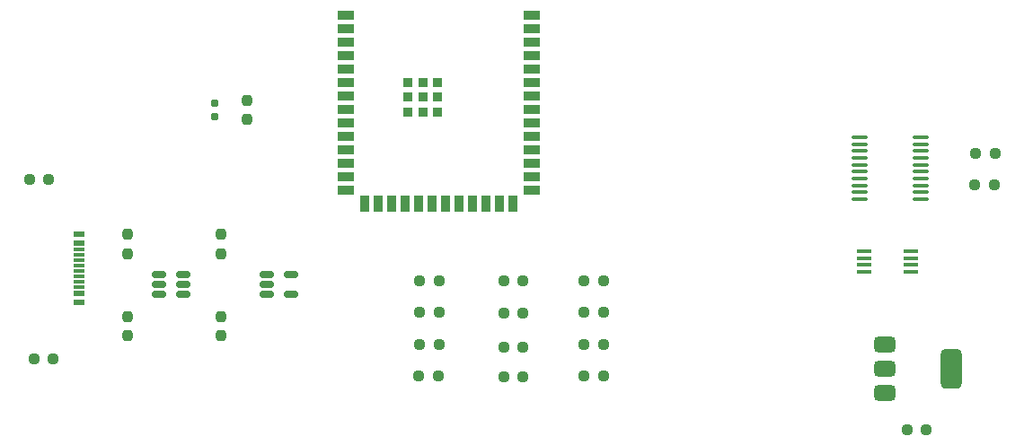
<source format=gbr>
%TF.GenerationSoftware,KiCad,Pcbnew,8.0.4*%
%TF.CreationDate,2024-10-15T03:00:00-05:00*%
%TF.ProjectId,FPP_10_8,4650505f-3130-45f3-982e-6b696361645f,rev?*%
%TF.SameCoordinates,Original*%
%TF.FileFunction,Paste,Top*%
%TF.FilePolarity,Positive*%
%FSLAX46Y46*%
G04 Gerber Fmt 4.6, Leading zero omitted, Abs format (unit mm)*
G04 Created by KiCad (PCBNEW 8.0.4) date 2024-10-15 03:00:00*
%MOMM*%
%LPD*%
G01*
G04 APERTURE LIST*
G04 Aperture macros list*
%AMRoundRect*
0 Rectangle with rounded corners*
0 $1 Rounding radius*
0 $2 $3 $4 $5 $6 $7 $8 $9 X,Y pos of 4 corners*
0 Add a 4 corners polygon primitive as box body*
4,1,4,$2,$3,$4,$5,$6,$7,$8,$9,$2,$3,0*
0 Add four circle primitives for the rounded corners*
1,1,$1+$1,$2,$3*
1,1,$1+$1,$4,$5*
1,1,$1+$1,$6,$7*
1,1,$1+$1,$8,$9*
0 Add four rect primitives between the rounded corners*
20,1,$1+$1,$2,$3,$4,$5,0*
20,1,$1+$1,$4,$5,$6,$7,0*
20,1,$1+$1,$6,$7,$8,$9,0*
20,1,$1+$1,$8,$9,$2,$3,0*%
G04 Aperture macros list end*
%ADD10R,1.100000X0.600000*%
%ADD11R,1.100000X0.300000*%
%ADD12RoundRect,0.237500X-0.250000X-0.237500X0.250000X-0.237500X0.250000X0.237500X-0.250000X0.237500X0*%
%ADD13RoundRect,0.237500X0.250000X0.237500X-0.250000X0.237500X-0.250000X-0.237500X0.250000X-0.237500X0*%
%ADD14RoundRect,0.237500X0.237500X-0.250000X0.237500X0.250000X-0.237500X0.250000X-0.237500X-0.250000X0*%
%ADD15RoundRect,0.150000X-0.512500X-0.150000X0.512500X-0.150000X0.512500X0.150000X-0.512500X0.150000X0*%
%ADD16RoundRect,0.237500X-0.237500X0.250000X-0.237500X-0.250000X0.237500X-0.250000X0.237500X0.250000X0*%
%ADD17RoundRect,0.100000X-0.637500X-0.100000X0.637500X-0.100000X0.637500X0.100000X-0.637500X0.100000X0*%
%ADD18RoundRect,0.160000X0.160000X-0.197500X0.160000X0.197500X-0.160000X0.197500X-0.160000X-0.197500X0*%
%ADD19R,1.422400X0.431800*%
%ADD20RoundRect,0.375000X-0.625000X-0.375000X0.625000X-0.375000X0.625000X0.375000X-0.625000X0.375000X0*%
%ADD21RoundRect,0.500000X-0.500000X-1.400000X0.500000X-1.400000X0.500000X1.400000X-0.500000X1.400000X0*%
%ADD22R,1.500000X0.900000*%
%ADD23R,0.900000X1.500000*%
%ADD24R,0.900000X0.900000*%
G04 APERTURE END LIST*
D10*
%TO.C,J2*%
X110932500Y-95600000D03*
X110932500Y-94800000D03*
D11*
X110932500Y-94150000D03*
X110932500Y-93650000D03*
X110932500Y-93150000D03*
X110932500Y-92650000D03*
X110932500Y-92150000D03*
X110932500Y-91650000D03*
X110932500Y-91150000D03*
X110932500Y-90650000D03*
D10*
X110932500Y-90000000D03*
X110932500Y-89200000D03*
%TD*%
D12*
%TO.C,C25*%
X195385500Y-84494002D03*
X197210500Y-84494002D03*
%TD*%
D13*
%TO.C,C24*%
X197260500Y-81594002D03*
X195435500Y-81594002D03*
%TD*%
%TO.C,C7*%
X152800000Y-102620000D03*
X150975000Y-102620000D03*
%TD*%
D12*
%TO.C,C2*%
X143052000Y-99589000D03*
X144877000Y-99589000D03*
%TD*%
D14*
%TO.C,R15*%
X124290000Y-91025000D03*
X124290000Y-89200000D03*
%TD*%
D15*
%TO.C,U1*%
X118515000Y-93000000D03*
X118515000Y-93950000D03*
X118515000Y-94900000D03*
X120790000Y-94900000D03*
X120790000Y-93950000D03*
X120790000Y-93000000D03*
%TD*%
D16*
%TO.C,R5*%
X115540000Y-89200000D03*
X115540000Y-91025000D03*
%TD*%
D12*
%TO.C,C6*%
X150953500Y-93589000D03*
X152778500Y-93589000D03*
%TD*%
%TO.C,C10*%
X158550000Y-93620000D03*
X160375000Y-93620000D03*
%TD*%
D17*
%TO.C,ADC1*%
X190242500Y-80053002D03*
X190242500Y-80703002D03*
X190242500Y-81353002D03*
X190242500Y-82003002D03*
X190242500Y-82653002D03*
X190242500Y-83303002D03*
X190242500Y-83953002D03*
X190242500Y-84603002D03*
X190242500Y-85253002D03*
X190242500Y-85903002D03*
X184517500Y-85903002D03*
X184517500Y-85253002D03*
X184517500Y-84603002D03*
X184517500Y-83953002D03*
X184517500Y-83303002D03*
X184517500Y-82653002D03*
X184517500Y-82003002D03*
X184517500Y-81353002D03*
X184517500Y-80703002D03*
X184517500Y-80053002D03*
%TD*%
D18*
%TO.C,D1*%
X123746000Y-76866000D03*
X123746000Y-78061000D03*
%TD*%
D14*
%TO.C,R13*%
X126746000Y-76541000D03*
X126746000Y-78366000D03*
%TD*%
D16*
%TO.C,TR2*%
X115540000Y-96950000D03*
X115540000Y-98775000D03*
%TD*%
D19*
%TO.C,opamp1*%
X189300000Y-90800002D03*
X189300000Y-91450000D03*
X189300000Y-92100002D03*
X189300000Y-92750000D03*
X184956600Y-92750000D03*
X184956600Y-92100002D03*
X184956600Y-91450000D03*
X184956600Y-90800002D03*
%TD*%
D13*
%TO.C,C12*%
X160377000Y-102589000D03*
X158552000Y-102589000D03*
%TD*%
D12*
%TO.C,C1*%
X142964500Y-102589000D03*
X144789500Y-102589000D03*
%TD*%
D13*
%TO.C,C3*%
X144877000Y-96589000D03*
X143052000Y-96589000D03*
%TD*%
%TO.C,C13*%
X160377000Y-99589000D03*
X158552000Y-99589000D03*
%TD*%
D12*
%TO.C,C4*%
X143052000Y-93589000D03*
X144877000Y-93589000D03*
%TD*%
%TO.C,Rcomp1*%
X190793500Y-107613002D03*
X188968500Y-107613002D03*
%TD*%
D13*
%TO.C,C11*%
X160377000Y-96589000D03*
X158552000Y-96589000D03*
%TD*%
%TO.C,C8*%
X152800000Y-99870000D03*
X150975000Y-99870000D03*
%TD*%
D20*
%TO.C,U3*%
X186860500Y-104194002D03*
D21*
X193160500Y-101894002D03*
D20*
X186860500Y-101894002D03*
X186860500Y-99594002D03*
%TD*%
D22*
%TO.C,MCU1*%
X153600000Y-68530000D03*
X153600000Y-69800000D03*
X153600000Y-71070000D03*
X153600000Y-72340000D03*
X153600000Y-73610000D03*
X153600000Y-74880000D03*
X153600000Y-76150000D03*
X153600000Y-77420000D03*
X153600000Y-78690000D03*
X153600000Y-79960000D03*
X153600000Y-81230000D03*
X153600000Y-82500000D03*
X153600000Y-83770000D03*
X153600000Y-85040000D03*
D23*
X151835000Y-86290000D03*
X150565000Y-86290000D03*
X149295000Y-86290000D03*
X148025000Y-86290000D03*
X146755000Y-86290000D03*
X145485000Y-86290000D03*
X144215000Y-86290000D03*
X142945000Y-86290000D03*
X141675000Y-86290000D03*
X140405000Y-86290000D03*
X139135000Y-86290000D03*
X137865000Y-86290000D03*
D22*
X136100000Y-85040000D03*
X136100000Y-83770000D03*
X136100000Y-82500000D03*
X136100000Y-81230000D03*
X136100000Y-79960000D03*
X136100000Y-78690000D03*
X136100000Y-77420000D03*
X136100000Y-76150000D03*
X136100000Y-74880000D03*
X136100000Y-73610000D03*
X136100000Y-72340000D03*
X136100000Y-71070000D03*
X136100000Y-69800000D03*
X136100000Y-68530000D03*
D24*
X144750000Y-77650000D03*
X144750000Y-76250000D03*
X144750000Y-74850000D03*
X143350000Y-77650000D03*
X143350000Y-76250000D03*
X143350000Y-74850000D03*
X141950000Y-77650000D03*
X141950000Y-76250000D03*
X141950000Y-74850000D03*
%TD*%
D14*
%TO.C,R14*%
X124290000Y-98775000D03*
X124290000Y-96950000D03*
%TD*%
D15*
%TO.C,U2*%
X128652500Y-93000000D03*
X128652500Y-93950000D03*
X128652500Y-94900000D03*
X130927500Y-94900000D03*
X130927500Y-93000000D03*
%TD*%
D13*
%TO.C,C9*%
X152800000Y-96620000D03*
X150975000Y-96620000D03*
%TD*%
%TO.C,R8*%
X108500000Y-100950000D03*
X106675000Y-100950000D03*
%TD*%
%TO.C,R6*%
X108100000Y-84050000D03*
X106275000Y-84050000D03*
%TD*%
M02*

</source>
